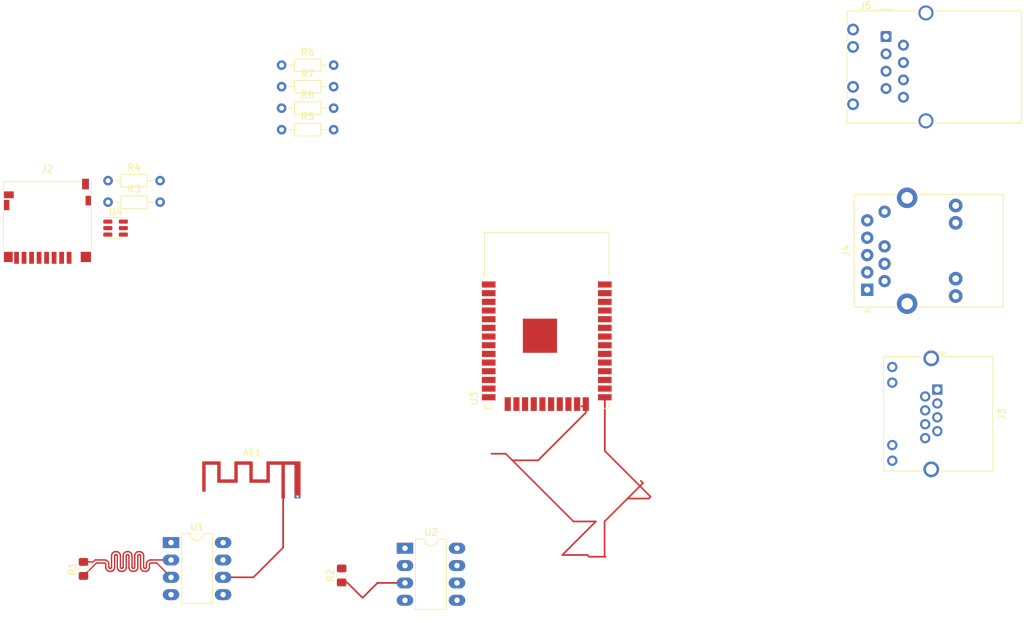
<source format=kicad_pcb>
(kicad_pcb (version 20211014) (generator pcbnew)
  (layers (0 "F.Cu" signal) (31 "B.Cu" signal) (34 "B.Paste" user) (35 "F.Paste" user) (36 "B.SilkS" user "B.Silkscreen") (37 "F.SilkS" user "F.Silkscreen") (38 "B.Mask" user) (39 "F.Mask" user) (44 "Edge.Cuts" user))
  (net 0 "")
  (net 1 "/a-")
  (net 2 "/a+")
  (net 3 "Net-(R2-Pad1)")
  (net 4 "Net-(R2-Pad2)")
  (net 5 "Net-(AE1-Pad1)")
  (net 6 "Net-(U3-Pad1)")
  (net 16 "+5V")
  (net 19 "Net-(R5-Pad2)")
  (net 20 "Net-(R6-Pad2)")
  (net 21 "GND")
  (net 55 "unconnected-(U3-Pad25)")
  (net 68 "Net-(U4-Pad2)")
  (net 94 "ress")
  (net 95 "/V_out")
  (footprint "Resistor_SMD:R_0805_2012Metric_Pad1.15x1.40mm_HandSolder" (layer "F.Cu") (at 147.51558 101.70414 90)
    (fp_text reference "R1" (at 0 -1.65 90) (layer "F.SilkS"))
    (fp_text value "R_Small")
    (pad "1" smd roundrect locked (at -1.025 0 90) (size 1.15 1.4) (layers "F.Cu" "F.Paste" "F.Mask") (roundrect_rratio 0.217391) (net 2 "/a+"))
    (pad "2" smd roundrect locked (at 1.025 0 90) (size 1.15 1.4) (layers "F.Cu" "F.Paste" "F.Mask") (roundrect_rratio 0.217391) (net 1 "/a-"))
  )
  (footprint "Package_DIP:DIP-8_W7.62mm_LongPads" (layer "F.Cu") (at 160.339301 97.851161)
    (fp_text reference "U1" (at 3.81 -2.33) (layer "F.SilkS"))
    (fp_text value "OP07")
    (pad "1" thru_hole rect locked (at 0 0) (size 2.4 1.6) (drill 0.8) (layers *.Cu *.Mask))
    (pad "2" thru_hole oval locked (at 0 2.54) (size 2.4 1.6) (drill 0.8) (layers *.Cu *.Mask) (net 1 "/a-"))
    (pad "3" thru_hole oval locked (at 0 5.08) (size 2.4 1.6) (drill 0.8) (layers *.Cu *.Mask) (net 2 "/a+"))
    (pad "4" thru_hole oval locked (at 0 7.62) (size 2.4 1.6) (drill 0.8) (layers *.Cu *.Mask))
    (pad "5" thru_hole oval locked (at 7.62 7.62) (size 2.4 1.6) (drill 0.8) (layers *.Cu *.Mask))
    (pad "6" thru_hole oval locked (at 7.62 5.08) (size 2.4 1.6) (drill 0.8) (layers *.Cu *.Mask) (net 5 "Net-(AE1-Pad1)"))
    (pad "7" thru_hole oval locked (at 7.62 2.54) (size 2.4 1.6) (drill 0.8) (layers *.Cu *.Mask))
    (pad "8" thru_hole oval locked (at 7.62 0) (size 2.4 1.6) (drill 0.8) (layers *.Cu *.Mask))
  )
  (footprint "Package_DIP:DIP-8_W7.62mm_LongPads" (layer "F.Cu") (at 194.59194 98.67392)
    (fp_text reference "U2" (at 3.81 -2.33) (layer "F.SilkS"))
    (fp_text value "OP07")
    (pad "1" thru_hole rect locked (at 0 0) (size 2.4 1.6) (drill 0.8) (layers *.Cu *.Mask))
    (pad "2" thru_hole oval locked (at 0 2.54) (size 2.4 1.6) (drill 0.8) (layers *.Cu *.Mask) (net 4 "Net-(R2-Pad2)"))
    (pad "3" thru_hole oval locked (at 0 5.08) (size 2.4 1.6) (drill 0.8) (layers *.Cu *.Mask) (net 3 "Net-(R2-Pad1)"))
    (pad "4" thru_hole oval locked (at 0 7.62) (size 2.4 1.6) (drill 0.8) (layers *.Cu *.Mask))
    (pad "5" thru_hole oval locked (at 7.62 7.62) (size 2.4 1.6) (drill 0.8) (layers *.Cu *.Mask))
    (pad "6" thru_hole oval locked (at 7.62 5.08) (size 2.4 1.6) (drill 0.8) (layers *.Cu *.Mask))
    (pad "7" thru_hole oval locked (at 7.62 2.54) (size 2.4 1.6) (drill 0.8) (layers *.Cu *.Mask))
    (pad "8" thru_hole oval locked (at 7.62 0) (size 2.4 1.6) (drill 0.8) (layers *.Cu *.Mask))
  )
  (footprint "Resistor_SMD:R_0805_2012Metric_Pad1.15x1.40mm_HandSolder" (layer "F.Cu") (at 185.32094 102.6541 90)
    (fp_text reference "R2" (at 0 -1.65 90) (layer "F.SilkS"))
    (fp_text value "R_Small")
    (pad "1" smd roundrect locked (at -1.025 0 90) (size 1.15 1.4) (layers "F.Cu" "F.Paste" "F.Mask") (roundrect_rratio 0.217391) (net 3 "Net-(R2-Pad1)"))
    (pad "2" smd roundrect locked (at 1.025 0 90) (size 1.15 1.4) (layers "F.Cu" "F.Paste" "F.Mask") (roundrect_rratio 0.217391) (net 4 "Net-(R2-Pad2)"))
  )
  (footprint "RF_Module:ESP32-WROOM-32" (layer "F.Cu") (at 215.3539 68.3133)
    (fp_text reference "U3" (at -10.61 8.43 90) (layer "F.SilkS"))
    (fp_text value "ESP32-WROOM-32")
    (pad "1" smd rect locked (at -8.5 -8.255) (size 2 0.9) (layers "F.Cu" "F.Paste" "F.Mask") (net 6 "Net-(U3-Pad1)"))
    (pad "2" smd rect locked (at -8.5 -6.985) (size 2 0.9) (layers "F.Cu" "F.Paste" "F.Mask"))
    (pad "3" smd rect locked (at -8.5 -5.715) (size 2 0.9) (layers "F.Cu" "F.Paste" "F.Mask"))
    (pad "4" smd rect locked (at -8.5 -4.445) (size 2 0.9) (layers "F.Cu" "F.Paste" "F.Mask"))
    (pad "5" smd rect locked (at -8.5 -3.175) (size 2 0.9) (layers "F.Cu" "F.Paste" "F.Mask"))
    (pad "6" smd rect locked (at -8.5 -1.905) (size 2 0.9) (layers "F.Cu" "F.Paste" "F.Mask"))
    (pad "7" smd rect locked (at -8.5 -0.635) (size 2 0.9) (layers "F.Cu" "F.Paste" "F.Mask"))
    (pad "8" smd rect locked (at -8.5 0.635) (size 2 0.9) (layers "F.Cu" "F.Paste" "F.Mask"))
    (pad "9" smd rect locked (at -8.5 1.905) (size 2 0.9) (layers "F.Cu" "F.Paste" "F.Mask"))
    (pad "10" smd rect locked (at -8.5 3.175) (size 2 0.9) (layers "F.Cu" "F.Paste" "F.Mask"))
    (pad "11" smd rect locked (at -8.5 4.445) (size 2 0.9) (layers "F.Cu" "F.Paste" "F.Mask"))
    (pad "12" smd rect locked (at -8.5 5.715) (size 2 0.9) (layers "F.Cu" "F.Paste" "F.Mask"))
    (pad "13" smd rect locked (at -8.5 6.985) (size 2 0.9) (layers "F.Cu" "F.Paste" "F.Mask"))
    (pad "14" smd rect locked (at -8.5 8.255) (size 2 0.9) (layers "F.Cu" "F.Paste" "F.Mask"))
    (pad "15" smd rect locked (at -5.715 9.255 90) (size 2 0.9) (layers "F.Cu" "F.Paste" "F.Mask") (net 6 "Net-(U3-Pad1)"))
    (pad "16" smd rect locked (at -4.445 9.255 90) (size 2 0.9) (layers "F.Cu" "F.Paste" "F.Mask"))
    (pad "17" smd rect locked (at -3.175 9.255 90) (size 2 0.9) (layers "F.Cu" "F.Paste" "F.Mask"))
    (pad "18" smd rect locked (at -1.905 9.255 90) (size 2 0.9) (layers "F.Cu" "F.Paste" "F.Mask"))
    (pad "19" smd rect locked (at -0.635 9.255 90) (size 2 0.9) (layers "F.Cu" "F.Paste" "F.Mask"))
    (pad "20" smd rect locked (at 0.635 9.255 90) (size 2 0.9) (layers "F.Cu" "F.Paste" "F.Mask"))
    (pad "21" smd rect locked (at 1.905 9.255 90) (size 2 0.9) (layers "F.Cu" "F.Paste" "F.Mask"))
    (pad "22" smd rect locked (at 3.175 9.255 90) (size 2 0.9) (layers "F.Cu" "F.Paste" "F.Mask"))
    (pad "23" smd rect locked (at 4.445 9.255 90) (size 2 0.9) (layers "F.Cu" "F.Paste" "F.Mask"))
    (pad "24" smd rect locked (at 5.715 9.255 90) (size 2 0.9) (layers "F.Cu" "F.Paste" "F.Mask"))
    (pad "25" smd rect locked (at 8.5 8.255) (size 2 0.9) (layers "F.Cu" "F.Paste" "F.Mask") (net 55 "unconnected-(U3-Pad25)"))
    (pad "26" smd rect locked (at 8.5 6.985) (size 2 0.9) (layers "F.Cu" "F.Paste" "F.Mask"))
    (pad "27" smd rect locked (at 8.5 5.715) (size 2 0.9) (layers "F.Cu" "F.Paste" "F.Mask"))
    (pad "28" smd rect locked (at 8.5 4.445) (size 2 0.9) (layers "F.Cu" "F.Paste" "F.Mask"))
    (pad "29" smd rect locked (at 8.5 3.175) (size 2 0.9) (layers "F.Cu" "F.Paste" "F.Mask"))
    (pad "30" smd rect locked (at 8.5 1.905) (size 2 0.9) (layers "F.Cu" "F.Paste" "F.Mask"))
    (pad "31" smd rect locked (at 8.5 0.635) (size 2 0.9) (layers "F.Cu" "F.Paste" "F.Mask"))
    (pad "32" smd rect locked (at 8.5 -0.635) (size 2 0.9) (layers "F.Cu" "F.Paste" "F.Mask"))
    (pad "33" smd rect locked (at 8.5 -1.905) (size 2 0.9) (layers "F.Cu" "F.Paste" "F.Mask"))
    (pad "34" smd rect locked (at 8.5 -3.175) (size 2 0.9) (layers "F.Cu" "F.Paste" "F.Mask"))
    (pad "35" smd rect locked (at 8.5 -4.445) (size 2 0.9) (layers "F.Cu" "F.Paste" "F.Mask"))
    (pad "36" smd rect locked (at 8.5 -5.715) (size 2 0.9) (layers "F.Cu" "F.Paste" "F.Mask"))
    (pad "37" smd rect locked (at 8.5 -6.985) (size 2 0.9) (layers "F.Cu" "F.Paste" "F.Mask"))
    (pad "38" smd rect locked (at 8.5 -8.255) (size 2 0.9) (layers "F.Cu" "F.Paste" "F.Mask") (net 6 "Net-(U3-Pad1)"))
    (pad "39" smd rect locked (at -1 -0.755) (size 5 5) (layers "F.Cu" "F.Paste" "F.Mask") (net 6 "Net-(U3-Pad1)"))
  )
  (footprint "RF_Antenna:Texas_SWRA117D_2.4GHz_Left" (layer "F.Cu") (at 176.75352 91.10218)
    (fp_text reference "AE1" (at -4.55 -6.41) (layer "F.SilkS"))
    (fp_text value "Antenna")
    (fp_poly (pts (xy -2.45 -2.51) (xy -4.45 -2.51) (xy -4.45 -5.15) (xy -7.15 -5.15) (xy -7.15 -2.51) (xy -9.15 -2.51) (xy -9.15 -5.15) (xy -11.85 -5.15) (xy -11.85 -0.71) (xy -11.35 -0.71) (xy -11.35 -4.65) (xy -9.65 -4.65) (xy -9.65 -2.01) (xy -6.65 -2.01) (xy -6.65 -4.65) (xy -4.95 -4.65) (xy -4.95 -2.01) (xy -1.95 -2.01) (xy -1.95 -4.65) (xy -0.25 -4.65) (xy -0.25 0.25) (xy 0.25 0.25) (xy 0.25 -4.65) (xy 1.65 -4.65) (xy 1.65 0.25) (xy 2.55 0.25) (xy 2.55 0.006785) (xy 2.247583 0.006785) (xy 2.237742 0.054395) (xy 2.213674 0.096797) (xy 2.175731 0.129581) (xy 2.167819 0.133935) (xy 2.125156 0.146043) (xy 2.076637 0.1453) (xy 2.031122 0.1324) (xy 2.012511 0.121787) (xy 1.978868 0.086553) (xy 1.958309 0.041368) (xy 1.951778 -0.008158) (xy 1.960218 -0.056417) (xy 1.977112 -0.088643) (xy 2.012372 -0.121313) (xy 2.057682 -0.141408) (xy 2.107267 -0.147982) (xy 2.155353 -0.140092) (xy 2.188245 -0.123186) (xy 2.223185 -0.086416) (xy 2.242847 -0.041622) (xy 2.247583 0.006785) (xy 2.55 0.006785) (xy 2.55 -5.15) (xy -2.45 -5.15) (xy -2.45 -2.51)) (layer "F.Cu") (width 0) (fill solid))
    (pad "1" connect rect locked (at 0 0) (size 0.5 0.5) (layers "F.Cu") (net 5 "Net-(AE1-Pad1)"))
    (pad "2" thru_hole rect locked (at 2.1 0) (size 0.9 0.5) (drill 0.3) (layers *.Cu))
  )
  (footprint "Resistor_THT:R_Axial_DIN0204_L3.6mm_D1.6mm_P7.62mm_Horizontal" (layer "F.Cu") (at 176.53 31.09)
    (fp_text reference "R7" (at 3.81 -1.92) (layer "F.SilkS"))
    (fp_text value "R_Small")
    (pad "1" thru_hole circle locked (at 0 0) (size 1.4 1.4) (drill 0.7) (layers *.Cu *.Mask) (net 20 "Net-(R6-Pad2)"))
    (pad "2" thru_hole oval locked (at 7.62 0) (size 1.4 1.4) (drill 0.7) (layers *.Cu *.Mask) (net 95 "/V_out"))
  )
  (footprint "Resistor_THT:R_Axial_DIN0204_L3.6mm_D1.6mm_P7.62mm_Horizontal" (layer "F.Cu") (at 176.53 34.24)
    (fp_text reference "R8" (at 3.81 -1.92) (layer "F.SilkS"))
    (fp_text value "R_Small")
    (pad "1" thru_hole circle locked (at 0 0) (size 1.4 1.4) (drill 0.7) (layers *.Cu *.Mask) (net 19 "Net-(R5-Pad2)"))
    (pad "2" thru_hole oval locked (at 7.62 0) (size 1.4 1.4) (drill 0.7) (layers *.Cu *.Mask) (net 21 "GND"))
  )
  (footprint "Resistor_THT:R_Axial_DIN0204_L3.6mm_D1.6mm_P7.62mm_Horizontal" (layer "F.Cu") (at 151.12 48)
    (fp_text reference "R3" (at 3.81 -1.92) (layer "F.SilkS"))
    (fp_text value "1000")
    (pad "1" thru_hole circle locked (at 0 0) (size 1.4 1.4) (drill 0.7) (layers *.Cu *.Mask) (net 16 "+5V"))
    (pad "2" thru_hole oval locked (at 7.62 0) (size 1.4 1.4) (drill 0.7) (layers *.Cu *.Mask) (net 94 "ress"))
  )
  (footprint "Resistor_THT:R_Axial_DIN0204_L3.6mm_D1.6mm_P7.62mm_Horizontal" (layer "F.Cu") (at 176.53 27.94)
    (fp_text reference "R6" (at 3.81 -1.92) (layer "F.SilkS"))
    (fp_text value "R_Small")
    (pad "1" thru_hole circle locked (at 0 0) (size 1.4 1.4) (drill 0.7) (layers *.Cu *.Mask) (net 95 "/V_out"))
    (pad "2" thru_hole oval locked (at 7.62 0) (size 1.4 1.4) (drill 0.7) (layers *.Cu *.Mask) (net 20 "Net-(R6-Pad2)"))
  )
  (footprint "Connector_Card:microSD_HC_Hirose_DM3D-SF" (layer "F.Cu") (at 142.24 50.8)
    (fp_text reference "J2" (at -0.025 -7.625) (layer "F.SilkS"))
    (fp_text value "Micro_SD_Card")
    (pad "1" smd rect locked (at 3.175 5.35) (size 0.7 1.75) (layers "F.Cu" "F.Paste" "F.Mask"))
    (pad "2" smd rect locked (at 2.075 5.35) (size 0.7 1.75) (layers "F.Cu" "F.Paste" "F.Mask"))
    (pad "3" smd rect locked (at 0.975 5.35) (size 0.7 1.75) (layers "F.Cu" "F.Paste" "F.Mask"))
    (pad "4" smd rect locked (at -0.125 5.35) (size 0.7 1.75) (layers "F.Cu" "F.Paste" "F.Mask"))
    (pad "5" smd rect locked (at -1.225 5.35) (size 0.7 1.75) (layers "F.Cu" "F.Paste" "F.Mask"))
    (pad "6" smd rect locked (at -2.325 5.35) (size 0.7 1.75) (layers "F.Cu" "F.Paste" "F.Mask"))
    (pad "7" smd rect locked (at -3.425 5.35) (size 0.7 1.75) (layers "F.Cu" "F.Paste" "F.Mask"))
    (pad "8" smd rect locked (at -4.525 5.35) (size 0.7 1.75) (layers "F.Cu" "F.Paste" "F.Mask"))
    (pad "9" smd rect locked (at -5.65 -3.875) (size 1.45 1) (layers "F.Cu" "F.Paste" "F.Mask"))
    (pad "10" smd rect locked (at 5.575 -5.45) (size 1 1.55) (layers "F.Cu" "F.Paste" "F.Mask"))
    (pad "11" smd rect locked (at 5.625 5.225) (size 1.5 1.5) (layers "F.Cu" "F.Paste" "F.Mask"))
    (pad "11" smd rect locked (at -5.725 5.225) (size 1.3 1.5) (layers "F.Cu" "F.Paste" "F.Mask"))
    (pad "11" smd rect locked (at -5.975 -2.375) (size 0.8 1.5) (layers "F.Cu" "F.Paste" "F.Mask"))
    (pad "11" smd rect locked (at 5.975 -3.025) (size 0.8 1.4) (layers "F.Cu" "F.Paste" "F.Mask"))
  )
  (footprint "Resistor_THT:R_Axial_DIN0204_L3.6mm_D1.6mm_P7.62mm_Horizontal" (layer "F.Cu") (at 176.53 37.39)
    (fp_text reference "R5" (at 3.81 -1.92) (layer "F.SilkS"))
    (fp_text value "R_Small")
    (pad "1" thru_hole circle locked (at 0 0) (size 1.4 1.4) (drill 0.7) (layers *.Cu *.Mask) (net 95 "/V_out"))
    (pad "2" thru_hole oval locked (at 7.62 0) (size 1.4 1.4) (drill 0.7) (layers *.Cu *.Mask) (net 19 "Net-(R5-Pad2)"))
  )
  (footprint "Connector_RJ:RJ45_Amphenol_RJHSE538X" (layer "F.Cu") (at 272.542 75.438 -90)
    (fp_text reference "J3" (at 3.56 -9.5 90) (layer "F.SilkS"))
    (fp_text value "RJ45")
    (pad "" np_thru_hole circle locked (at 9.91 -2.54 270) (size 3.25 3.25) (drill 3.25) (layers *.Cu *.Mask))
    (pad "" np_thru_hole circle locked (at -2.79 -2.54 270) (size 3.25 3.25) (drill 3.25) (layers *.Cu *.Mask))
    (pad "1" thru_hole rect locked (at 0 0 270) (size 1.5 1.5) (drill 0.89) (layers *.Cu *.Mask))
    (pad "2" thru_hole circle locked (at 1.016 1.78 270) (size 1.5 1.5) (drill 0.89) (layers *.Cu *.Mask))
    (pad "3" thru_hole circle locked (at 2.032 0 270) (size 1.5 1.5) (drill 0.89) (layers *.Cu *.Mask))
    (pad "4" thru_hole circle locked (at 3.048 1.78 270) (size 1.5 1.5) (drill 0.89) (layers *.Cu *.Mask))
    (pad "5" thru_hole circle locked (at 4.064 0 270) (size 1.5 1.5) (drill 0.89) (layers *.Cu *.Mask))
    (pad "6" thru_hole circle locked (at 5.08 1.78 270) (size 1.5 1.5) (drill 0.89) (layers *.Cu *.Mask))
    (pad "7" thru_hole circle locked (at 6.096 0 270) (size 1.5 1.5) (drill 0.89) (layers *.Cu *.Mask))
    (pad "8" thru_hole circle locked (at 7.112 1.78 270) (size 1.5 1.5) (drill 0.89) (layers *.Cu *.Mask))
    (pad "9" thru_hole circle locked (at -3.3 6.6 270) (size 1.5 1.5) (drill 0.89) (layers *.Cu *.Mask))
    (pad "10" thru_hole circle locked (at -1.01 6.6 270) (size 1.5 1.5) (drill 0.89) (layers *.Cu *.Mask))
    (pad "11" thru_hole circle locked (at 8.13 6.6 270) (size 1.5 1.5) (drill 0.89) (layers *.Cu *.Mask))
    (pad "12" thru_hole circle locked (at 10.42 6.6 270) (size 1.5 1.5) (drill 0.89) (layers *.Cu *.Mask))
    (pad "SH" thru_hole circle locked (at 11.69 0.89 270) (size 2.3 2.3) (drill 1.57) (layers *.Cu *.Mask))
    (pad "SH" thru_hole circle locked (at -4.57 0.89 270) (size 2.3 2.3) (drill 1.57) (layers *.Cu *.Mask))
  )
  (footprint "Package_TO_SOT_SMD:SOT-23-6" (layer "F.Cu") (at 152.22 51.8)
    (fp_text reference "U4" (at 0 -2.4) (layer "F.SilkS"))
    (fp_text value "ADA4841-1YRJ")
    (pad "1" smd roundrect locked (at -1.1375 -0.95) (size 1.325 0.6) (layers "F.Cu" "F.Paste" "F.Mask") (net 95 "/V_out"))
    (pad "2" smd roundrect locked (at -1.1375 0) (size 1.325 0.6) (layers "F.Cu" "F.Paste" "F.Mask") (net 68 "Net-(U4-Pad2)"))
    (pad "3" smd roundrect locked (at -1.1375 0.95) (size 1.325 0.6) (layers "F.Cu" "F.Paste" "F.Mask") (net 94 "ress"))
    (pad "4" smd roundrect locked (at 1.1375 0.95) (size 1.325 0.6) (layers "F.Cu" "F.Paste" "F.Mask") (net 68 "Net-(U4-Pad2)"))
    (pad "5" smd roundrect locked (at 1.1375 0) (size 1.325 0.6) (layers "F.Cu" "F.Paste" "F.Mask"))
    (pad "6" smd roundrect locked (at 1.1375 -0.95) (size 1.325 0.6) (layers "F.Cu" "F.Paste" "F.Mask") (net 16 "+5V"))
  )
  (footprint "Connector_RJ:RJ45_Wuerth_7499010121A_Horizontal" (layer "F.Cu") (at 265.034 23.749)
    (fp_text reference "J5" (at -3 -4.5) (layer "F.SilkS"))
    (fp_text value "Wuerth_7499010121A")
    (pad "" np_thru_hole circle locked (at 8.89 10.16 90) (size 3.25 3.25) (drill 3.25) (layers *.Cu *.Mask))
    (pad "" np_thru_hole circle locked (at 8.89 -1.27 90) (size 3.25 3.25) (drill 3.25) (layers *.Cu *.Mask))
    (pad "1" thru_hole roundrect locked (at 0 0 90) (size 1.6 1.6) (drill 0.9) (layers *.Cu *.Mask) (roundrect_rratio 0.155))
    (pad "2" thru_hole circle locked (at 2.54 1.27 90) (size 1.6 1.6) (drill 0.9) (layers *.Cu *.Mask))
    (pad "3" thru_hole circle locked (at 0 2.54 90) (size 1.6 1.6) (drill 0.9) (layers *.Cu *.Mask))
    (pad "4" thru_hole circle locked (at 2.54 3.81 90) (size 1.6 1.6) (drill 0.9) (layers *.Cu *.Mask))
    (pad "5" thru_hole circle locked (at 0 5.08 90) (size 1.6 1.6) (drill 0.9) (layers *.Cu *.Mask))
    (pad "6" thru_hole circle locked (at 2.54 6.35 90) (size 1.6 1.6) (drill 0.9) (layers *.Cu *.Mask))
    (pad "7" thru_hole circle locked (at 0 7.62 90) (size 1.6 1.6) (drill 0.9) (layers *.Cu *.Mask))
    (pad "8" thru_hole circle locked (at 2.54 8.89 90) (size 1.6 1.6) (drill 0.9) (layers *.Cu *.Mask))
    (pad "9" thru_hole circle locked (at -4.83 -1.02 90) (size 1.72 1.72) (drill 1.02) (layers *.Cu *.Mask))
    (pad "10" thru_hole circle locked (at -4.83 1.52 90) (size 1.72 1.72) (drill 1.02) (layers *.Cu *.Mask))
    (pad "11" thru_hole circle locked (at -4.83 7.37 90) (size 1.72 1.72) (drill 1.02) (layers *.Cu *.Mask))
    (pad "12" thru_hole circle locked (at -4.83 9.91 90) (size 1.72 1.72) (drill 1.02) (layers *.Cu *.Mask))
    (pad "SH" thru_hole circle locked (at 5.84 12.345 90) (size 2.2 2.2) (drill 1.6) (layers *.Cu *.Mask))
    (pad "SH" thru_hole circle locked (at 5.84 -3.455 90) (size 2.2 2.2) (drill 1.6) (layers *.Cu *.Mask))
  )
  (footprint "Connector_RJ:RJ45_Abracon_ARJP11A-MA_Horizontal" (layer "F.Cu") (at 262.277 60.828 90)
    (fp_text reference "J4" (at 5.71 -3.1 90) (layer "F.SilkS"))
    (fp_text value "RJ45_Abracon_ARJP11A-MASA-B-A-EMU2")
    (pad "" np_thru_hole circle locked (at 11.43 8.89 90) (size 3.2 3.2) (drill 3.2) (layers *.Cu *.Mask))
    (pad "" np_thru_hole circle locked (at 0 8.89 90) (size 3.2 3.2) (drill 3.2) (layers *.Cu *.Mask))
    (pad "1" thru_hole rect locked (at 0 0 90) (size 1.8 1.8) (drill 0.9) (layers *.Cu *.Mask))
    (pad "2" thru_hole circle locked (at 1.27 2.54 90) (size 1.8 1.8) (drill 0.9) (layers *.Cu *.Mask))
    (pad "3" thru_hole circle locked (at 2.54 0 90) (size 1.8 1.8) (drill 0.9) (layers *.Cu *.Mask))
    (pad "4" thru_hole circle locked (at 3.81 2.54 90) (size 1.8 1.8) (drill 0.9) (layers *.Cu *.Mask))
    (pad "5" thru_hole circle locked (at 5.08 0 90) (size 1.8 1.8) (drill 0.9) (layers *.Cu *.Mask))
    (pad "6" thru_hole circle locked (at 6.35 2.54 90) (size 1.8 1.8) (drill 0.9) (layers *.Cu *.Mask))
    (pad "7" thru_hole circle locked (at 7.62 0 90) (size 1.8 1.8) (drill 0.9) (layers *.Cu *.Mask))
    (pad "9" thru_hole circle locked (at 10.16 0 90) (size 1.8 1.8) (drill 0.9) (layers *.Cu *.Mask))
    (pad "10" thru_hole circle locked (at 11.43 2.54 90) (size 1.8 1.8) (drill 0.9) (layers *.Cu *.Mask))
    (pad "11" thru_hole circle locked (at -0.92 12.95 90) (size 2 2) (drill 1) (layers *.Cu *.Mask))
    (pad "12" thru_hole circle locked (at 1.62 12.95 90) (size 2 2) (drill 1) (layers *.Cu *.Mask))
    (pad "13" thru_hole circle locked (at 9.8 12.95 90) (size 2 2) (drill 1) (layers *.Cu *.Mask))
    (pad "14" thru_hole circle locked (at 12.34 12.95 90) (size 2 2) (drill 1) (layers *.Cu *.Mask))
    (pad "15" thru_hole circle locked (at 13.46 5.84 90) (size 3 3) (drill 1.7) (layers *.Cu *.Mask))
    (pad "15" thru_hole circle locked (at -2.04 5.84 90) (size 3 3) (drill 1.7) (layers *.Cu *.Mask))
  )
  (footprint "Resistor_THT:R_Axial_DIN0204_L3.6mm_D1.6mm_P7.62mm_Horizontal" (layer "F.Cu") (at 151.12 44.85)
    (fp_text reference "R4" (at 3.81 -1.92) (layer "F.SilkS"))
    (fp_text value "5000")
    (pad "1" thru_hole circle locked (at 0 0) (size 1.4 1.4) (drill 0.7) (layers *.Cu *.Mask) (net 94 "ress"))
    (pad "2" thru_hole oval locked (at 7.62 0) (size 1.4 1.4) (drill 0.7) (layers *.Cu *.Mask) (net 95 "/V_out"))
  )
  (segment (start 156.570163 101.611146) (end 156.525659 101.616161) (width 0.2) (layer "F.Cu") (net 1))
  (segment (start 151.230673 101.460665) (end 151.225659 101.416161) (width 0.2) (layer "F.Cu") (net 1))
  (segment (start 155.501818 99.181517) (end 155.372371 99.226812) (width 0.2) (layer "F.Cu") (net 1))
  (segment (start 155.025659 99.778602) (end 155.025659 101.416161) (width 0.2) (layer "F.Cu") (net 1))
  (segment (start 156.095068 99.299777) (end 155.978946 99.226812) (width 0.2) (layer "F.Cu") (net 1))
  (segment (start 156.192043 99.396752) (end 156.095068 99.299777) (width 0.2) (layer "F.Cu") (net 1))
  (segment (start 153.938099 99.166161) (end 153.801818 99.181517) (width 0.2) (layer "F.Cu") (net 1))
  (segment (start 155.713218 99.166161) (end 155.638099 99.166161) (width 0.2) (layer "F.Cu") (net 1))
  (segment (start 151.550356 101.572527) (end 151.512435 101.596354) (width 0.2) (layer "F.Cu") (net 1))
  (segment (start 154.982025 101.540858) (end 154.950356 101.572527) (width 0.2) (layer "F.Cu") (net 1))
  (segment (start 151.225659 101.416161) (end 151.225659 101.003601) (width 0.2) (layer "F.Cu") (net 1))
  (segment (start 155.041014 99.642321) (end 155.025659 99.778602) (width 0.2) (layer "F.Cu") (net 1))
  (segment (start 154.738882 101.596354) (end 154.700961 101.572527) (width 0.2) (layer "F.Cu") (net 1))
  (segment (start 151.625659 99.778602) (end 151.625659 101.416161) (width 0.2) (layer "F.Cu") (net 1))
  (segment (start 151.686309 99.512874) (end 151.641014 99.642321) (width 0.2) (layer "F.Cu") (net 1))
  (segment (start 157.201818 100.406516) (end 157.072371 100.451811) (width 0.2) (layer "F.Cu") (net 1))
  (segment (start 160.339301 100.391161) (end 157.338099 100.391161) (width 0.2) (layer "F.Cu") (net 1))
  (segment (start 153.081154 101.611146) (end 153.038882 101.596354) (width 0.2) (layer "F.Cu") (net 1))
  (segment (start 155.978946 99.226812) (end 155.849499 99.181517) (width 0.2) (layer "F.Cu") (net 1))
  (segment (start 154.610303 99.642321) (end 154.565008 99.512874) (width 0.2) (layer "F.Cu") (net 1))
  (segment (start 151.605852 101.502937) (end 151.582025 101.540858) (width 0.2) (layer "F.Cu") (net 1))
  (segment (start 151.381154 101.611146) (end 151.338882 101.596354) (width 0.2) (layer "F.Cu") (net 1))
  (segment (start 149.217162 100.391161) (end 148.929183 100.67914) (width 0.2) (layer "F.Cu") (net 1))
  (segment (start 155.159274 99.396752) (end 155.086309 99.512874) (width 0.2) (layer "F.Cu") (net 1))
  (segment (start 154.013218 99.166161) (end 153.938099 99.166161) (width 0.2) (layer "F.Cu") (net 1))
  (segment (start 155.025659 101.416161) (end 155.020644 101.460665) (width 0.2) (layer "F.Cu") (net 1))
  (segment (start 156.682025 101.540858) (end 156.650356 101.572527) (width 0.2) (layer "F.Cu") (net 1))
  (segment (start 154.870163 101.611146) (end 154.825659 101.616161) (width 0.2) (layer "F.Cu") (net 1))
  (segment (start 151.625659 101.416161) (end 151.620644 101.460665) (width 0.2) (layer "F.Cu") (net 1))
  (segment (start 154.781154 101.611146) (end 154.738882 101.596354) (width 0.2) (layer "F.Cu") (net 1))
  (segment (start 151.620644 101.460665) (end 151.605852 101.502937) (width 0.2) (layer "F.Cu") (net 1))
  (segment (start 154.950356 101.572527) (end 154.912435 101.596354) (width 0.2) (layer "F.Cu") (net 1))
  (segment (start 155.849499 99.181517) (end 155.713218 99.166161) (width 0.2) (layer "F.Cu") (net 1))
  (segment (start 156.956249 100.524776) (end 156.859274 100.621751) (width 0.2) (layer "F.Cu") (net 1))
  (segment (start 156.786309 100.737873) (end 156.741014 100.86732) (width 0.2) (layer "F.Cu") (net 1))
  (segment (start 156.330673 101.460665) (end 156.325659 101.416161) (width 0.2) (layer "F.Cu") (net 1))
  (segment (start 152.930673 101.460665) (end 152.925659 101.416161) (width 0.2) (layer "F.Cu") (net 1))
  (segment (start 151.972371 99.226812) (end 151.856249 99.299777) (width 0.2) (layer "F.Cu") (net 1))
  (segment (start 156.265008 99.512874) (end 156.192043 99.396752) (width 0.2) (layer "F.Cu") (net 1))
  (segment (start 156.705852 101.502937) (end 156.682025 101.540858) (width 0.2) (layer "F.Cu") (net 1))
  (segment (start 152.925659 101.416161) (end 152.925659 99.778602) (width 0.2) (layer "F.Cu") (net 1))
  (segment (start 153.305852 101.502937) (end 153.282025 101.540858) (width 0.2) (layer "F.Cu") (net 1))
  (segment (start 156.741014 100.86732) (end 156.725659 101.003601) (width 0.2) (layer "F.Cu") (net 1))
  (segment (start 153.038882 101.596354) (end 153.000961 101.572527) (width 0.2) (layer "F.Cu") (net 1))
  (segment (start 156.325659 99.778602) (end 156.310303 99.642321) (width 0.2) (layer "F.Cu") (net 1))
  (segment (start 155.256249 99.299777) (end 155.159274 99.396752) (width 0.2) (layer "F.Cu") (net 1))
  (segment (start 148.929183 100.67914) (end 147.51558 100.67914) (width 0.2) (layer "F.Cu") (net 1))
  (segment (start 150.749499 100.406516) (end 150.613218 100.391161) (width 0.2) (layer "F.Cu") (net 1))
  (segment (start 155.638099 99.166161) (end 155.501818 99.181517) (width 0.2) (layer "F.Cu") (net 1))
  (segment (start 153.282025 101.540858) (end 153.250356 101.572527) (width 0.2) (layer "F.Cu") (net 1))
  (segment (start 156.400961 101.572527) (end 156.369292 101.540858) (width 0.2) (layer "F.Cu") (net 1))
  (segment (start 153.170163 101.611146) (end 153.125659 101.616161) (width 0.2) (layer "F.Cu") (net 1))
  (segment (start 153.386309 99.512874) (end 153.341014 99.642321) (width 0.2) (layer "F.Cu") (net 1))
  (segment (start 155.372371 99.226812) (end 155.256249 99.299777) (width 0.2) (layer "F.Cu") (net 1))
  (segment (start 152.925659 99.778602) (end 152.910303 99.642321) (width 0.2) (layer "F.Cu") (net 1))
  (segment (start 154.912435 101.596354) (end 154.870163 101.611146) (width 0.2) (layer "F.Cu") (net 1))
  (segment (start 153.325659 101.416161) (end 153.320644 101.460665) (width 0.2) (layer "F.Cu") (net 1))
  (segment (start 152.910303 99.642321) (end 152.865008 99.512874) (width 0.2) (layer "F.Cu") (net 1))
  (segment (start 153.459274 99.396752) (end 153.386309 99.512874) (width 0.2) (layer "F.Cu") (net 1))
  (segment (start 150.878946 100.451811) (end 150.749499 100.406516) (width 0.2) (layer "F.Cu") (net 1))
  (segment (start 150.613218 100.391161) (end 149.217162 100.391161) (width 0.2) (layer "F.Cu") (net 1))
  (segment (start 152.792043 99.396752) (end 152.695068 99.299777) (width 0.2) (layer "F.Cu") (net 1))
  (segment (start 156.481154 101.611146) (end 156.438882 101.596354) (width 0.2) (layer "F.Cu") (net 1))
  (segment (start 154.395068 99.299777) (end 154.278946 99.226812) (width 0.2) (layer "F.Cu") (net 1))
  (segment (start 152.945465 101.502937) (end 152.930673 101.460665) (width 0.2) (layer "F.Cu") (net 1))
  (segment (start 152.238099 99.166161) (end 152.101818 99.181517) (width 0.2) (layer "F.Cu") (net 1))
  (segment (start 151.338882 101.596354) (end 151.300961 101.572527) (width 0.2) (layer "F.Cu") (net 1))
  (segment (start 154.278946 99.226812) (end 154.149499 99.181517) (width 0.2) (layer "F.Cu") (net 1))
  (segment (start 157.338099 100.391161) (end 157.201818 100.406516) (width 0.2) (layer "F.Cu") (net 1))
  (segment (start 153.000961 101.572527) (end 152.969292 101.540858) (width 0.2) (layer "F.Cu") (net 1))
  (segment (start 151.210303 100.86732) (end 151.165008 100.737873) (width 0.2) (layer "F.Cu") (net 1))
  (segment (start 156.345465 101.502937) (end 156.330673 101.460665) (width 0.2) (layer "F.Cu") (net 1))
  (segment (start 150.995068 100.524776) (end 150.878946 100.451811) (width 0.2) (layer "F.Cu") (net 1))
  (segment (start 156.438882 101.596354) (end 156.400961 101.572527) (width 0.2) (layer "F.Cu") (net 1))
  (segment (start 152.969292 101.540858) (end 152.945465 101.502937) (width 0.2) (layer "F.Cu") (net 1))
  (segment (start 154.630673 101.460665) (end 154.625659 101.416161) (width 0.2) (layer "F.Cu") (net 1))
  (segment (start 152.101818 99.181517) (end 151.972371 99.226812) (width 0.2) (layer "F.Cu") (net 1))
  (segment (start 156.725659 101.003601) (end 156.725659 101.416161) (width 0.2) (layer "F.Cu") (net 1))
  (segment (start 151.759274 99.396752) (end 151.686309 99.512874) (width 0.2) (layer "F.Cu") (net 1))
  (segment (start 156.725659 101.416161) (end 156.720644 101.460665) (width 0.2) (layer "F.Cu") (net 1))
  (segment (start 151.856249 99.299777) (end 151.759274 99.396752) (width 0.2) (layer "F.Cu") (net 1))
  (segment (start 154.625659 101.416161) (end 154.625659 99.778602) (width 0.2) (layer "F.Cu") (net 1))
  (segment (start 151.470163 101.611146) (end 151.425659 101.616161) (width 0.2) (layer "F.Cu") (net 1))
  (segment (start 154.825659 101.616161) (end 154.781154 101.611146) (width 0.2) (layer "F.Cu") (net 1))
  (segment (start 156.369292 101.540858) (end 156.345465 101.502937) (width 0.2) (layer "F.Cu") (net 1))
  (segment (start 152.865008 99.512874) (end 152.792043 99.396752) (width 0.2) (layer "F.Cu") (net 1))
  (segment (start 152.313218 99.166161) (end 152.238099 99.166161) (width 0.2) (layer "F.Cu") (net 1))
  (segment (start 151.165008 100.737873) (end 151.092043 100.621751) (width 0.2) (layer "F.Cu") (net 1))
  (segment (start 155.005852 101.502937) (end 154.982025 101.540858) (width 0.2) (layer "F.Cu") (net 1))
  (segment (start 153.801818 99.181517) (end 153.672371 99.226812) (width 0.2) (layer "F.Cu") (net 1))
  (segment (start 151.512435 101.596354) (end 151.470163 101.611146) (width 0.2) (layer "F.Cu") (net 1))
  (segment (start 156.650356 101.572527) (end 156.612435 101.596354) (width 0.2) (layer "F.Cu") (net 1))
  (segment (start 153.250356 101.572527) (end 153.212435 101.596354) (width 0.2) (layer "F.Cu") (net 1))
  (segment (start 151.425659 101.616161) (end 151.381154 101.611146) (width 0.2) (layer "F.Cu") (net 1))
  (segment (start 153.556249 99.299777) (end 153.459274 99.396752) (width 0.2) (layer "F.Cu") (net 1))
  (segment (start 156.859274 100.621751) (end 156.786309 100.737873) (width 0.2) (layer "F.Cu") (net 1))
  (segment (start 154.565008 99.512874) (end 154.492043 99.396752) (width 0.2) (layer "F.Cu") (net 1))
  (segment (start 153.125659 101.616161) (end 153.081154 101.611146) (width 0.2) (layer "F.Cu") (net 1))
  (segment (start 154.669292 101.540858) (end 154.645465 101.502937) (width 0.2) (layer "F.Cu") (net 1))
  (segment (start 154.492043 99.396752) (end 154.395068 99.299777) (width 0.2) (layer "F.Cu") (net 1))
  (segment (start 156.612435 101.596354) (end 156.570163 101.611146) (width 0.2) (layer "F.Cu") (net 1))
  (segment (start 152.449499 99.181517) (end 152.313218 99.166161) (width 0.2) (layer "F.Cu") (net 1))
  (segment (start 154.645465 101.502937) (end 154.630673 101.460665) (width 0.2) (layer "F.Cu") (net 1))
  (segment (start 155.086309 99.512874) (end 155.041014 99.642321) (width 0.2) (layer "F.Cu") (net 1))
  (segment (start 153.672371 99.226812) (end 153.556249 99.299777) (width 0.2) (layer "F.Cu") (net 1))
  (segment (start 151.225659 101.003601) (end 151.210303 100.86732) (width 0.2) (layer "F.Cu") (net 1))
  (segment (start 151.269292 101.540858) (end 151.245465 101.502937) (width 0.2) (layer "F.Cu") (net 1))
  (segment (start 155.020644 101.460665) (end 155.005852 101.502937) (width 0.2) (layer "F.Cu") (net 1))
  (segment (start 152.695068 99.299777) (end 152.578946 99.226812) (width 0.2) (layer "F.Cu") (net 1))
  (segment (start 154.700961 101.572527) (end 154.669292 101.540858) (width 0.2) (layer "F.Cu") (net 1))
  (segment (start 153.325659 99.778602) (end 153.325659 101.416161) (width 0.2) (layer "F.Cu") (net 1))
  (segment (start 157.072371 100.451811) (end 156.956249 100.524776) (width 0.2) (layer "F.Cu") (net 1))
  (segment (start 152.578946 99.226812) (end 152.449499 99.181517) (width 0.2) (layer "F.Cu") (net 1))
  (segment (start 151.092043 100.621751) (end 150.995068 100.524776) (width 0.2) (layer "F.Cu") (net 1))
  (segment (start 151.300961 101.572527) (end 151.269292 101.540858) (width 0.2) (layer "F.Cu") (net 1))
  (segment (start 156.310303 99.642321) (end 156.265008 99.512874) (width 0.2) (layer "F.Cu") (net 1))
  (segment (start 153.320644 101.460665) (end 153.305852 101.502937) (width 0.2) (layer "F.Cu") (net 1))
  (segment (start 156.525659 101.616161) (end 156.481154 101.611146) (width 0.2) (layer "F.Cu") (net 1))
  (segment (start 153.212435 101.596354) (end 153.170163 101.611146) (width 0.2) (layer "F.Cu") (net 1))
  (segment (start 151.641014 99.642321) (end 151.625659 99.778602) (width 0.2) (layer "F.Cu") (net 1))
  (segment (start 156.720644 101.460665) (end 156.705852 101.502937) (width 0.2) (layer "F.Cu") (net 1))
  (segment (start 154.625659 99.778602) (end 154.610303 99.642321) (width 0.2) (layer "F.Cu") (net 1))
  (segment (start 154.149499 99.181517) (end 154.013218 99.166161) (width 0.2) (layer "F.Cu") (net 1))
  (segment (start 156.325659 101.416161) (end 156.325659 99.778602) (width 0.2) (layer "F.Cu") (net 1))
  (segment (start 151.245465 101.502937) (end 151.230673 101.460665) (width 0.2) (layer "F.Cu") (net 1))
  (segment (start 153.341014 99.642321) (end 153.325659 99.778602) (width 0.2) (layer "F.Cu") (net 1))
  (segment (start 151.582025 101.540858) (end 151.550356 101.572527) (width 0.2) (layer "F.Cu") (net 1))
  (segment (start 156.699499 102.050805) (end 156.828946 102.00551) (width 0.2) (layer "F.Cu") (net 2))
  (segment (start 151.006249 101.932545) (end 151.122371 102.00551) (width 0.2) (layer "F.Cu") (net 2))
  (segment (start 154.999499 102.050805) (end 155.128946 102.00551) (width 0.2) (layer "F.Cu") (net 2))
  (segment (start 157.115008 101.719448) (end 157.160303 101.590001) (width 0.2) (layer "F.Cu") (net 2))
  (segment (start 156.222371 102.00551) (end 156.351818 102.050805) (width 0.2) (layer "F.Cu") (net 2))
  (segment (start 153.760303 101.590001) (end 153.775659 101.45372) (width 0.2) (layer "F.Cu") (net 2))
  (segment (start 155.460303 101.590001) (end 155.475659 101.45372) (width 0.2) (layer "F.Cu") (net 2))
  (segment (start 154.309274 101.83557) (end 154.406249 101.932545) (width 0.2) (layer "F.Cu") (net 2))
  (segment (start 155.475659 99.816161) (end 155.480673 99.771657) (width 0.2) (layer "F.Cu") (net 2))
  (segment (start 157.160303 101.590001) (end 157.175659 101.45372) (width 0.2) (layer "F.Cu") (net 2))
  (segment (start 155.588882 99.635968) (end 155.631154 99.621176) (width 0.2) (layer "F.Cu") (net 2))
  (segment (start 153.931154 99.621176) (end 153.975659 99.616161) (width 0.2) (layer "F.Cu") (net 2))
  (segment (start 150.836309 101.719448) (end 150.909274 101.83557) (width 0.2) (layer "F.Cu") (net 2))
  (segment (start 157.042043 101.83557) (end 157.115008 101.719448) (width 0.2) (layer "F.Cu") (net 2))
  (segment (start 151.251818 102.050805) (end 151.388099 102.066161) (width 0.2) (layer "F.Cu") (net 2))
  (segment (start 157.250961 100.884794) (end 157.288882 100.860967) (width 0.2) (layer "F.Cu") (net 2))
  (segment (start 155.631154 99.621176) (end 155.675659 99.616161) (width 0.2) (layer "F.Cu") (net 2))
  (segment (start 151.728946 102.00551) (end 151.845068 101.932545) (width 0.2) (layer "F.Cu") (net 2))
  (segment (start 150.791014 101.590001) (end 150.836309 101.719448) (width 0.2) (layer "F.Cu") (net 2))
  (segment (start 152.231154 99.621176) (end 152.275659 99.616161) (width 0.2) (layer "F.Cu") (net 2))
  (segment (start 153.775659 99.816161) (end 153.780673 99.771657) (width 0.2) (layer "F.Cu") (net 2))
  (segment (start 154.191014 101.590001) (end 154.236309 101.719448) (width 0.2) (layer "F.Cu") (net 2))
  (segment (start 156.563218 102.066161) (end 156.699499 102.050805) (width 0.2) (layer "F.Cu") (net 2))
  (segment (start 152.475659 99.816161) (end 152.475659 101.45372) (width 0.2) (layer "F.Cu") (net 2))
  (segment (start 154.170644 99.771657) (end 154.175659 99.816161) (width 0.2) (layer "F.Cu") (net 2))
  (segment (start 155.855852 99.729385) (end 155.870644 99.771657) (width 0.2) (layer "F.Cu") (net 2))
  (segment (start 152.275659 99.616161) (end 152.320163 99.621176) (width 0.2) (layer "F.Cu") (net 2))
  (segment (start 154.155852 99.729385) (end 154.170644 99.771657) (width 0.2) (layer "F.Cu") (net 2))
  (segment (start 150.909274 101.83557) (end 151.006249 101.932545) (width 0.2) (layer "F.Cu") (net 2))
  (segment (start 155.875659 101.45372) (end 155.891014 101.590001) (width 0.2) (layer "F.Cu") (net 2))
  (segment (start 150.620163 100.846175) (end 150.662435 100.860967) (width 0.2) (layer "F.Cu") (net 2))
  (segment (start 155.875659 99.816161) (end 155.875659 101.45372) (width 0.2) (layer "F.Cu") (net 2))
  (segment (start 152.470644 99.771657) (end 152.475659 99.816161) (width 0.2) (layer "F.Cu") (net 2))
  (segment (start 157.219292 100.916463) (end 157.250961 100.884794) (width 0.2) (layer "F.Cu") (net 2))
  (segment (start 158.249301 100.841161) (end 160.339301 102.931161) (width 0.2) (layer "F.Cu") (net 2))
  (segment (start 157.331154 100.846175) (end 157.375659 100.841161) (width 0.2) (layer "F.Cu") (net 2))
  (segment (start 152.706249 101.932545) (end 152.822371 102.00551) (width 0.2) (layer "F.Cu") (net 2))
  (segment (start 152.075659 101.45372) (end 152.075659 99.816161) (width 0.2) (layer "F.Cu") (net 2))
  (segment (start 153.545068 101.932545) (end 153.642043 101.83557) (width 0.2) (layer "F.Cu") (net 2))
  (segment (start 152.095465 99.729385) (end 152.119292 99.691464) (width 0.2) (layer "F.Cu") (net 2))
  (segment (start 154.863218 102.066161) (end 154.999499 102.050805) (width 0.2) (layer "F.Cu") (net 2))
  (segment (start 150.755852 100.954384) (end 150.770644 100.996656) (width 0.2) (layer "F.Cu") (net 2))
  (segment (start 157.175659 101.45372) (end 157.175659 101.041161) (width 0.2) (layer "F.Cu") (net 2))
  (segment (start 152.475659 101.45372) (end 152.491014 101.590001) (width 0.2) (layer "F.Cu") (net 2))
  (segment (start 152.188882 99.635968) (end 152.231154 99.621176) (width 0.2) (layer "F.Cu") (net 2))
  (segment (start 156.488099 102.066161) (end 156.563218 102.066161) (width 0.2) (layer "F.Cu") (net 2))
  (segment (start 155.128946 102.00551) (end 155.245068 101.932545) (width 0.2) (layer "F.Cu") (net 2))
  (segment (start 153.795465 99.729385) (end 153.819292 99.691464) (width 0.2) (layer "F.Cu") (net 2))
  (segment (start 157.180673 100.996656) (end 157.195465 100.954384) (width 0.2) (layer "F.Cu") (net 2))
  (segment (start 156.828946 102.00551) (end 156.945068 101.932545) (width 0.2) (layer "F.Cu") (net 2))
  (segment (start 150.770644 100.996656) (end 150.775659 101.041161) (width 0.2) (layer "F.Cu") (net 2))
  (segment (start 152.455852 99.729385) (end 152.470644 99.771657) (width 0.2) (layer "F.Cu") (net 2))
  (segment (start 154.175659 99.816161) (end 154.175659 101.45372) (width 0.2) (layer "F.Cu") (net 2))
  (segment (start 154.020163 99.621176) (end 154.062435 99.635968) (width 0.2) (layer "F.Cu") (net 2))
  (segment (start 152.822371 102.00551) (end 152.951818 102.050805) (width 0.2) (layer "F.Cu") (net 2))
  (segment (start 155.475659 101.45372) (end 155.475659 99.816161) (width 0.2) (layer "F.Cu") (net 2))
  (segment (start 155.550961 99.659795) (end 155.588882 99.635968) (width 0.2) (layer "F.Cu") (net 2))
  (segment (start 150.775659 101.041161) (end 150.775659 101.45372) (width 0.2) (layer "F.Cu") (net 2))
  (segment (start 155.245068 101.932545) (end 155.342043 101.83557) (width 0.2) (layer "F.Cu") (net 2))
  (segment (start 153.888882 99.635968) (end 153.931154 99.621176) (width 0.2) (layer "F.Cu") (net 2))
  (segment (start 155.342043 101.83557) (end 155.415008 101.719448) (width 0.2) (layer "F.Cu") (net 2))
  (segment (start 156.009274 101.83557) (end 156.106249 101.932545) (width 0.2) (layer "F.Cu") (net 2))
  (segment (start 154.100356 99.659795) (end 154.132025 99.691464) (width 0.2) (layer "F.Cu") (net 2))
  (segment (start 152.951818 102.050805) (end 153.088099 102.066161) (width 0.2) (layer "F.Cu") (net 2))
  (segment (start 155.762435 99.635968) (end 155.800356 99.659795) (width 0.2) (layer "F.Cu") (net 2))
  (segment (start 157.195465 100.954384) (end 157.219292 100.916463) (width 0.2) (layer "F.Cu") (net 2))
  (segment (start 150.732025 100.916463) (end 150.755852 100.954384) (width 0.2) (layer "F.Cu") (net 2))
  (segment (start 151.122371 102.00551) (end 151.251818 102.050805) (width 0.2) (layer "F.Cu") (net 2))
  (segment (start 150.575659 100.841161) (end 150.620163 100.846175) (width 0.2) (layer "F.Cu") (net 2))
  (segment (start 152.400356 99.659795) (end 152.432025 99.691464) (width 0.2) (layer "F.Cu") (net 2))
  (segment (start 152.609274 101.83557) (end 152.706249 101.932545) (width 0.2) (layer "F.Cu") (net 2))
  (segment (start 156.106249 101.932545) (end 156.222371 102.00551) (width 0.2) (layer "F.Cu") (net 2))
  (segment (start 152.491014 101.590001) (end 152.536309 101.719448) (width 0.2) (layer "F.Cu") (net 2))
  (segment (start 152.432025 99.691464) (end 152.455852 99.729385) (width 0.2) (layer "F.Cu") (net 2))
  (segment (start 157.375659 100.841161) (end 158.249301 100.841161) (width 0.2) (layer "F.Cu") (net 2))
  (segment (start 154.788099 102.066161) (end 154.863218 102.066161) (width 0.2) (layer "F.Cu") (net 2))
  (segment (start 153.642043 101.83557) (end 153.715008 101.719448) (width 0.2) (layer "F.Cu") (net 2))
  (segment (start 153.819292 99.691464) (end 153.850961 99.659795) (width 0.2) (layer "F.Cu") (net 2))
  (segment (start 157.175659 101.041161) (end 157.180673 100.996656) (width 0.2) (layer "F.Cu") (net 2))
  (segment (start 154.175659 101.45372) (end 154.191014 101.590001) (width 0.2) (layer "F.Cu") (net 2))
  (segment (start 152.362435 99.635968) (end 152.400356 99.659795) (width 0.2) (layer "F.Cu") (net 2))
  (segment (start 154.522371 102.00551) (end 154.651818 102.050805) (width 0.2) (layer "F.Cu") (net 2))
  (segment (start 154.236309 101.719448) (end 154.309274 101.83557) (width 0.2) (layer "F.Cu") (net 2))
  (segment (start 151.942043 101.83557) (end 152.015008 101.719448) (width 0.2) (layer "F.Cu") (net 2))
  (segment (start 154.406249 101.932545) (end 154.522371 102.00551) (width 0.2) (layer "F.Cu") (net 2))
  (segment (start 153.775659 101.45372) (end 153.775659 99.816161) (width 0.2) (layer "F.Cu") (net 2))
  (segment (start 154.651818 102.050805) (end 154.788099 102.066161) (width 0.2) (layer "F.Cu") (net 2))
  (segment (start 157.288882 100.860967) (end 157.331154 100.846175) (width 0.2) (layer "F.Cu") (net 2))
  (segment (start 151.599499 102.050805) (end 151.728946 102.00551) (width 0.2) (layer "F.Cu") (net 2))
  (segment (start 156.351818 102.050805) (end 156.488099 102.066161) (width 0.2) (layer "F.Cu") (net 2))
  (segment (start 155.936309 101.719448) (end 156.009274 101.83557) (width 0.2) (layer "F.Cu") (net 2))
  (segment (start 149.403559 100.841161) (end 150.575659 100.841161) (width 0.2) (layer "F.Cu") (net 2))
  (segment (start 153.975659 99.616161) (end 154.020163 99.621176) (width 0.2) (layer "F.Cu") (net 2))
  (segment (start 152.015008 101.719448) (end 152.060303 101.590001) (width 0.2) (layer "F.Cu") (net 2))
  (segment (start 155.415008 101.719448) (end 155.460303 101.590001) (width 0.2) (layer "F.Cu") (net 2))
  (segment (start 155.519292 99.691464) (end 155.550961 99.659795) (width 0.2) (layer "F.Cu") (net 2))
  (segment (start 152.060303 101.590001) (end 152.075659 101.45372) (width 0.2) (layer "F.Cu") (net 2))
  (segment (start 153.088099 102.066161) (end 153.163218 102.066161) (width 0.2) (layer "F.Cu") (net 2))
  (segment (start 155.832025 99.691464) (end 155.855852 99.729385) (width 0.2) (layer "F.Cu") (net 2))
  (segment (start 153.780673 99.771657) (end 153.795465 99.729385) (width 0.2) (layer "F.Cu") (net 2))
  (segment (start 150.662435 100.860967) (end 150.700356 100.884794) (width 0.2) (layer "F.Cu") (net 2))
  (segment (start 155.891014 101.590001) (end 155.936309 101.719448) (width 0.2) (layer "F.Cu") (net 2))
  (segment (start 154.062435 99.635968) (end 154.100356 99.659795) (width 0.2) (layer "F.Cu") (net 2))
  (segment (start 153.299499 102.050805) (end 153.428946 102.00551) (width 0.2) (layer "F.Cu") (net 2))
  (segment (start 156.945068 101.932545) (end 157.042043 101.83557) (width 0.2) (layer "F.Cu") (net 2))
  (segment (start 151.463218 102.066161) (end 151.599499 102.050805) (width 0.2) (layer "F.Cu") (net 2))
  (segment (start 155.720163 99.621176) (end 155.762435 99.635968) (width 0.2) (layer "F.Cu") (net 2))
  (segment (start 152.119292 99.691464) (end 152.150961 99.659795) (width 0.2) (layer "F.Cu") (net 2))
  (segment (start 152.150961 99.659795) (end 152.188882 99.635968) (width 0.2) (layer "F.Cu") (net 2))
  (segment (start 155.480673 99.771657) (end 155.495465 99.729385) (width 0.2) (layer "F.Cu") (net 2))
  (segment (start 147.51558 102.72914) (end 149.403559 100.841161) (width 0.2) (layer "F.Cu") (net 2))
  (segment (start 152.536309 101.719448) (end 152.609274 101.83557) (width 0.2) (layer "F.Cu") (net 2))
  (segment (start 155.870644 99.771657) (end 155.875659 99.816161) (width 0.2) (layer "F.Cu") (net 2))
  (segment (start 153.163218 102.066161) (end 153.299499 102.050805) (width 0.2) (layer "F.Cu") (net 2))
  (segment (start 153.428946 102.00551) (end 153.545068 101.932545) (width 0.2) (layer "F.Cu") (net 2))
  (segment (start 152.075659 99.816161) (end 152.080673 99.771657) (width 0.2) (layer "F.Cu") (net 2))
  (segment (start 150.700356 100.884794) (end 150.732025 100.916463) (width 0.2) (layer "F.Cu") (net 2))
  (segment (start 151.845068 101.932545) (end 151.942043 101.83557) (width 0.2) (layer "F.Cu") (net 2))
  (segment (start 153.850961 99.659795) (end 153.888882 99.635968) (width 0.2) (layer "F.Cu") (net 2))
  (segment (start 153.715008 101.719448) (end 153.760303 101.590001) (width 0.2) (layer "F.Cu") (net 2))
  (segment (start 152.080673 99.771657) (end 152.095465 99.729385) (width 0.2) (layer "F.Cu") (net 2))
  (segment (start 155.800356 99.659795) (end 155.832025 99.691464) (width 0.2) (layer "F.Cu") (net 2))
  (segment (start 154.132025 99.691464) (end 154.155852 99.729385) (width 0.2) (layer "F.Cu") (net 2))
  (segment (start 150.775659 101.45372) (end 150.791014 101.590001) (width 0.2) (layer "F.Cu") (net 2))
  (segment (start 155.675659 99.616161) (end 155.720163 99.621176) (width 0.2) (layer "F.Cu") (net 2))
  (segment (start 155.495465 99.729385) (end 155.519292 99.691464) (width 0.2) (layer "F.Cu") (net 2))
  (segment (start 152.320163 99.621176) (end 152.362435 99.635968) (width 0.2) (layer "F.Cu") (net 2))
  (segment (start 151.388099 102.066161) (end 151.463218 102.066161) (width 0.2) (layer "F.Cu") (net 2))
  (segment (start 185.32094 103.6791) (end 186.12094 103.6791) (width 0.25) (layer "F.Cu") (net 3))
  (segment (start 190.55736 103.75392) (end 194.59194 103.75392) (width 0.25) (layer "F.Cu") (net 3))
  (segment (start 188.37656 105.93472) (end 190.55736 103.75392) (width 0.25) (layer "F.Cu") (net 3))
  (segment (start 186.12094 103.6791) (end 188.37656 105.93472) (width 0.25) (layer "F.Cu") (net 3))
  (segment (start 194.17676 101.6291) (end 194.59194 101.21392) (width 0.25) (layer "F.Cu") (net 4))
  (segment (start 176.75352 98.58248) (end 176.75352 91.10218) (width 0.25) (layer "F.Cu") (net 5))
  (segment (start 167.959301 102.931161) (end 168.359301 102.931161) (width 0.25) (layer "F.Cu") (net 5))
  (segment (start 172.404839 102.931161) (end 176.75352 98.58248) (width 0.25) (layer "F.Cu") (net 5))
  (segment (start 167.959301 102.931161) (end 172.404839 102.931161) (width 0.25) (layer "F.Cu") (net 5))
  (segment (start 223.8539 84.42822) (end 223.8539 81.38552) (width 0.25) (layer "F.Cu") (net 55))
  (segment (start 227.17633 91.39301) (end 229.44074 89.1286) (width 0.25) (layer "F.Cu") (net 55))
  (segment (start 221.3102 99.66452) (end 221.5642 99.91852) (width 0.25) (layer "F.Cu") (net 55))
  (segment (start 209.3468 84.836) (end 210.312 85.8012) (width 0.25) (layer "F.Cu") (net 55))
  (segment (start 220.7354 77.9018) (end 221.0689 77.5683) (width 0.25) (layer "F.Cu") (net 55))
  (segment (start 230.27259 91.39301) (end 230.54564 91.11996) (width 0.25) (layer "F.Cu") (net 55))
  (segment (start 221.0689 77.5683) (end 221.0689 78.8183) (width 0.25) (layer "F.Cu") (net 55))
  (segment (start 220.42628 77.9018) (end 220.7354 77.9018) (width 0.25) (layer "F.Cu") (net 55))
  (segment (start 214.086 85.8012) (end 210.312 85.8012) (width 0.25) (layer "F.Cu") (net 55))
  (segment (start 219.2655 94.7547) (end 222.53702 94.7547) (width 0.25) (layer "F.Cu") (net 55))
  (segment (start 217.6272 99.66452) (end 221.3102 99.66452) (width 0.25) (layer "F.Cu") (net 55))
  (segment (start 230.54564 91.11996) (end 223.8539 84.42822) (width 0.25) (layer "F.Cu") (net 55))
  (segment (start 227.17633 91.39301) (end 230.27259 91.39301) (width 0.25) (layer "F.Cu") (net 55))
  (segment (start 210.312 85.8012) (end 219.2655 94.7547) (width 0.25) (layer "F.Cu") (net 55))
  (segment (start 223.96958 99.91852) (end 223.81464 99.76358) (width 0.25) (layer "F.Cu") (net 55))
  (segment (start 223.81464 94.7547) (end 227.17633 91.39301) (width 0.25) (layer "F.Cu") (net 55))
  (segment (start 221.0689 78.8183) (end 214.086 85.8012) (width 0.25) (layer "F.Cu") (net 55))
  (segment (start 223.8539 81.38552) (end 223.8539 76.5683) (width 0.25) (layer "F.Cu") (net 55))
  (segment (start 229.44074 89.1286) (end 229.12578 88.81364) (width 0.25) (layer "F.Cu") (net 55))
  (segment (start 221.5642 99.91852) (end 223.96958 99.91852) (width 0.25) (layer "F.Cu") (net 55))
  (segment (start 222.53702 94.7547) (end 217.6272 99.66452) (width 0.25) (layer "F.Cu") (net 55))
  (segment (start 223.81464 99.76358) (end 223.81464 94.7547) (width 0.25) (layer "F.Cu") (net 55))
  (segment (start 207.26654 84.836) (end 209.3468 84.836) (width 0.25) (layer "F.Cu") (net 55))
)
</source>
